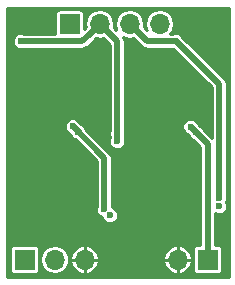
<source format=gbl>
G04 #@! TF.FileFunction,Copper,L2,Bot,Signal*
%FSLAX46Y46*%
G04 Gerber Fmt 4.6, Leading zero omitted, Abs format (unit mm)*
G04 Created by KiCad (PCBNEW 4.0.2-stable) date 9/5/2017 3:06:29 PM*
%MOMM*%
G01*
G04 APERTURE LIST*
%ADD10C,0.100000*%
%ADD11C,0.600000*%
%ADD12R,1.700000X1.700000*%
%ADD13O,1.700000X1.700000*%
%ADD14C,0.500000*%
%ADD15C,0.254000*%
G04 APERTURE END LIST*
D10*
D11*
X68592600Y-67398800D03*
X66611400Y-61150400D03*
X59321600Y-68160800D03*
X59956600Y-61887000D03*
X56629200Y-61099600D03*
X63487200Y-67436900D03*
X65544600Y-67436900D03*
X64173000Y-67436900D03*
X66230400Y-67436900D03*
X64858800Y-67436900D03*
X56146600Y-67373400D03*
X55460800Y-67373400D03*
X54775000Y-67373400D03*
X54089200Y-67373400D03*
D12*
X55918000Y-51981000D03*
D13*
X58458000Y-51981000D03*
X60998000Y-51981000D03*
X63538000Y-51981000D03*
D12*
X52108000Y-71920000D03*
D13*
X54648000Y-71920000D03*
X57188000Y-71920000D03*
D12*
X67602000Y-71920000D03*
D13*
X65062000Y-71920000D03*
D11*
X53403400Y-67373400D03*
X51790500Y-53429998D03*
X59956600Y-61252000D03*
X68592600Y-66738400D03*
X64884200Y-53429998D03*
X56172000Y-60642400D03*
X58839000Y-67678200D03*
X66154200Y-60693200D03*
D14*
X59956600Y-61252000D02*
X59956600Y-61887000D01*
X56997500Y-53441500D02*
X51790500Y-53429998D01*
X51790500Y-53441500D02*
X51790500Y-53429998D01*
X57608001Y-52830999D02*
X56997500Y-53441500D01*
X58458000Y-51981000D02*
X57608001Y-52830999D01*
X59956600Y-53454200D02*
X59956600Y-61252000D01*
X59307999Y-52830999D02*
X59333399Y-52830999D01*
X58458000Y-51981000D02*
X59307999Y-52830999D01*
X59333399Y-52830999D02*
X59956600Y-53454200D01*
X60998000Y-51981000D02*
X62471200Y-53454200D01*
X62471200Y-53454200D02*
X64960400Y-53454200D01*
X64960400Y-53454200D02*
X68592600Y-57086400D01*
X68592600Y-57086400D02*
X68592600Y-66738400D01*
X58839000Y-63309400D02*
X56172000Y-60642400D01*
X58839000Y-67678200D02*
X58839000Y-63309400D01*
X67602000Y-62141000D02*
X66154200Y-60693200D01*
X67602000Y-71920000D02*
X67602000Y-62141000D01*
D15*
G36*
X69373000Y-73373000D02*
X50627000Y-73373000D01*
X50627000Y-71070000D01*
X50869536Y-71070000D01*
X50869536Y-72770000D01*
X50896103Y-72911190D01*
X50979546Y-73040865D01*
X51106866Y-73127859D01*
X51258000Y-73158464D01*
X52958000Y-73158464D01*
X53099190Y-73131897D01*
X53228865Y-73048454D01*
X53315859Y-72921134D01*
X53346464Y-72770000D01*
X53346464Y-71895883D01*
X53417000Y-71895883D01*
X53417000Y-71944117D01*
X53510704Y-72415200D01*
X53777552Y-72814565D01*
X54176917Y-73081413D01*
X54648000Y-73175117D01*
X55119083Y-73081413D01*
X55518448Y-72814565D01*
X55785296Y-72415200D01*
X55845394Y-72113065D01*
X55972234Y-72113065D01*
X56138661Y-72563622D01*
X56464841Y-72916194D01*
X56901115Y-73117104D01*
X56994935Y-73135766D01*
X57187500Y-73055750D01*
X57187500Y-71920500D01*
X57188500Y-71920500D01*
X57188500Y-73055750D01*
X57381065Y-73135766D01*
X57474885Y-73117104D01*
X57911159Y-72916194D01*
X58237339Y-72563622D01*
X58403766Y-72113065D01*
X63846234Y-72113065D01*
X64012661Y-72563622D01*
X64338841Y-72916194D01*
X64775115Y-73117104D01*
X64868935Y-73135766D01*
X65061500Y-73055750D01*
X65061500Y-71920500D01*
X65062500Y-71920500D01*
X65062500Y-73055750D01*
X65255065Y-73135766D01*
X65348885Y-73117104D01*
X65785159Y-72916194D01*
X66111339Y-72563622D01*
X66277766Y-72113065D01*
X66197750Y-71920500D01*
X65062500Y-71920500D01*
X65061500Y-71920500D01*
X63926250Y-71920500D01*
X63846234Y-72113065D01*
X58403766Y-72113065D01*
X58323750Y-71920500D01*
X57188500Y-71920500D01*
X57187500Y-71920500D01*
X56052250Y-71920500D01*
X55972234Y-72113065D01*
X55845394Y-72113065D01*
X55879000Y-71944117D01*
X55879000Y-71895883D01*
X55845395Y-71726935D01*
X55972234Y-71726935D01*
X56052250Y-71919500D01*
X57187500Y-71919500D01*
X57187500Y-70784250D01*
X57188500Y-70784250D01*
X57188500Y-71919500D01*
X58323750Y-71919500D01*
X58403766Y-71726935D01*
X63846234Y-71726935D01*
X63926250Y-71919500D01*
X65061500Y-71919500D01*
X65061500Y-70784250D01*
X65062500Y-70784250D01*
X65062500Y-71919500D01*
X66197750Y-71919500D01*
X66277766Y-71726935D01*
X66111339Y-71276378D01*
X65785159Y-70923806D01*
X65348885Y-70722896D01*
X65255065Y-70704234D01*
X65062500Y-70784250D01*
X65061500Y-70784250D01*
X64868935Y-70704234D01*
X64775115Y-70722896D01*
X64338841Y-70923806D01*
X64012661Y-71276378D01*
X63846234Y-71726935D01*
X58403766Y-71726935D01*
X58237339Y-71276378D01*
X57911159Y-70923806D01*
X57474885Y-70722896D01*
X57381065Y-70704234D01*
X57188500Y-70784250D01*
X57187500Y-70784250D01*
X56994935Y-70704234D01*
X56901115Y-70722896D01*
X56464841Y-70923806D01*
X56138661Y-71276378D01*
X55972234Y-71726935D01*
X55845395Y-71726935D01*
X55785296Y-71424800D01*
X55518448Y-71025435D01*
X55119083Y-70758587D01*
X54648000Y-70664883D01*
X54176917Y-70758587D01*
X53777552Y-71025435D01*
X53510704Y-71424800D01*
X53417000Y-71895883D01*
X53346464Y-71895883D01*
X53346464Y-71070000D01*
X53319897Y-70928810D01*
X53236454Y-70799135D01*
X53109134Y-70712141D01*
X52958000Y-70681536D01*
X51258000Y-70681536D01*
X51116810Y-70708103D01*
X50987135Y-70791546D01*
X50900141Y-70918866D01*
X50869536Y-71070000D01*
X50627000Y-71070000D01*
X50627000Y-60777265D01*
X55490882Y-60777265D01*
X55594339Y-61027652D01*
X55785741Y-61219387D01*
X55906949Y-61269718D01*
X56001867Y-61364635D01*
X56051539Y-61484852D01*
X56242941Y-61676587D01*
X56364149Y-61726917D01*
X58208000Y-63570769D01*
X58208000Y-67422018D01*
X58158118Y-67542146D01*
X58157882Y-67813065D01*
X58261339Y-68063452D01*
X58452741Y-68255187D01*
X58659175Y-68340907D01*
X58743939Y-68546052D01*
X58935341Y-68737787D01*
X59185546Y-68841682D01*
X59456465Y-68841918D01*
X59706852Y-68738461D01*
X59898587Y-68547059D01*
X60002482Y-68296854D01*
X60002718Y-68025935D01*
X59899261Y-67775548D01*
X59707859Y-67583813D01*
X59501425Y-67498093D01*
X59470000Y-67422039D01*
X59470000Y-63309400D01*
X59421968Y-63067927D01*
X59285185Y-62863216D01*
X57256533Y-60834565D01*
X57206861Y-60714348D01*
X57015459Y-60522613D01*
X56894251Y-60472282D01*
X56799333Y-60377365D01*
X56749661Y-60257148D01*
X56558259Y-60065413D01*
X56308054Y-59961518D01*
X56037135Y-59961282D01*
X55786748Y-60064739D01*
X55595013Y-60256141D01*
X55491118Y-60506346D01*
X55490882Y-60777265D01*
X50627000Y-60777265D01*
X50627000Y-53564863D01*
X51109382Y-53564863D01*
X51212839Y-53815250D01*
X51404241Y-54006985D01*
X51654446Y-54110880D01*
X51925365Y-54111116D01*
X52045296Y-54061562D01*
X56996106Y-54072498D01*
X56996805Y-54072361D01*
X56997500Y-54072499D01*
X57117434Y-54048643D01*
X57237685Y-54025000D01*
X57238277Y-54024606D01*
X57238973Y-54024468D01*
X57340574Y-53956580D01*
X57442698Y-53888669D01*
X57443095Y-53888077D01*
X57443684Y-53887684D01*
X58054186Y-53277183D01*
X58054188Y-53277180D01*
X58155435Y-53175933D01*
X58458000Y-53236117D01*
X58760565Y-53175933D01*
X58861815Y-53277183D01*
X58938363Y-53328331D01*
X59325600Y-53715569D01*
X59325600Y-60995818D01*
X59275718Y-61115946D01*
X59275482Y-61386865D01*
X59325600Y-61508161D01*
X59325600Y-61630818D01*
X59275718Y-61750946D01*
X59275482Y-62021865D01*
X59378939Y-62272252D01*
X59570341Y-62463987D01*
X59820546Y-62567882D01*
X60091465Y-62568118D01*
X60341852Y-62464661D01*
X60533587Y-62273259D01*
X60637482Y-62023054D01*
X60637718Y-61752135D01*
X60587600Y-61630839D01*
X60587600Y-61508182D01*
X60637482Y-61388054D01*
X60637718Y-61117135D01*
X60587600Y-60995839D01*
X60587600Y-53454200D01*
X60539568Y-53212727D01*
X60539568Y-53212726D01*
X60464896Y-53100972D01*
X60526917Y-53142413D01*
X60998000Y-53236117D01*
X61300565Y-53175933D01*
X62025015Y-53900384D01*
X62229726Y-54037168D01*
X62269789Y-54045137D01*
X62471200Y-54085200D01*
X64686302Y-54085200D01*
X64708071Y-54094239D01*
X67961600Y-57347769D01*
X67961600Y-61608231D01*
X67238733Y-60885365D01*
X67189061Y-60765148D01*
X66997659Y-60573413D01*
X66876451Y-60523083D01*
X66781533Y-60428165D01*
X66731861Y-60307948D01*
X66540459Y-60116213D01*
X66290254Y-60012318D01*
X66019335Y-60012082D01*
X65768948Y-60115539D01*
X65577213Y-60306941D01*
X65473318Y-60557146D01*
X65473082Y-60828065D01*
X65576539Y-61078452D01*
X65767941Y-61270187D01*
X65889149Y-61320518D01*
X65984067Y-61415435D01*
X66033739Y-61535652D01*
X66225141Y-61727387D01*
X66346349Y-61777717D01*
X66971000Y-62402369D01*
X66971000Y-70681536D01*
X66752000Y-70681536D01*
X66610810Y-70708103D01*
X66481135Y-70791546D01*
X66394141Y-70918866D01*
X66363536Y-71070000D01*
X66363536Y-72770000D01*
X66390103Y-72911190D01*
X66473546Y-73040865D01*
X66600866Y-73127859D01*
X66752000Y-73158464D01*
X68452000Y-73158464D01*
X68593190Y-73131897D01*
X68722865Y-73048454D01*
X68809859Y-72921134D01*
X68840464Y-72770000D01*
X68840464Y-71070000D01*
X68813897Y-70928810D01*
X68730454Y-70799135D01*
X68603134Y-70712141D01*
X68452000Y-70681536D01*
X68233000Y-70681536D01*
X68233000Y-67986857D01*
X68456546Y-68079682D01*
X68727465Y-68079918D01*
X68977852Y-67976461D01*
X69169587Y-67785059D01*
X69273482Y-67534854D01*
X69273718Y-67263935D01*
X69192937Y-67068427D01*
X69273482Y-66874454D01*
X69273718Y-66603535D01*
X69223600Y-66482239D01*
X69223600Y-57086400D01*
X69175568Y-56844927D01*
X69038785Y-56640216D01*
X65474920Y-53076352D01*
X65461861Y-53044746D01*
X65270459Y-52853011D01*
X65020254Y-52749116D01*
X64749335Y-52748880D01*
X64569465Y-52823200D01*
X64443437Y-52823200D01*
X64675296Y-52476200D01*
X64769000Y-52005117D01*
X64769000Y-51956883D01*
X64675296Y-51485800D01*
X64408448Y-51086435D01*
X64009083Y-50819587D01*
X63538000Y-50725883D01*
X63066917Y-50819587D01*
X62667552Y-51086435D01*
X62400704Y-51485800D01*
X62307000Y-51956883D01*
X62307000Y-52005117D01*
X62400704Y-52476200D01*
X62431182Y-52521813D01*
X62176819Y-52267450D01*
X62229000Y-52005117D01*
X62229000Y-51956883D01*
X62135296Y-51485800D01*
X61868448Y-51086435D01*
X61469083Y-50819587D01*
X60998000Y-50725883D01*
X60526917Y-50819587D01*
X60127552Y-51086435D01*
X59860704Y-51485800D01*
X59767000Y-51956883D01*
X59767000Y-52005117D01*
X59858155Y-52463387D01*
X59779583Y-52384815D01*
X59703035Y-52333667D01*
X59636819Y-52267451D01*
X59689000Y-52005117D01*
X59689000Y-51956883D01*
X59595296Y-51485800D01*
X59328448Y-51086435D01*
X58929083Y-50819587D01*
X58458000Y-50725883D01*
X57986917Y-50819587D01*
X57587552Y-51086435D01*
X57320704Y-51485800D01*
X57227000Y-51956883D01*
X57227000Y-52005117D01*
X57279181Y-52267451D01*
X57161820Y-52384812D01*
X57161817Y-52384814D01*
X57156464Y-52390167D01*
X57156464Y-51131000D01*
X57129897Y-50989810D01*
X57046454Y-50860135D01*
X56919134Y-50773141D01*
X56768000Y-50742536D01*
X55068000Y-50742536D01*
X54926810Y-50769103D01*
X54797135Y-50852546D01*
X54710141Y-50979866D01*
X54679536Y-51131000D01*
X54679536Y-52805379D01*
X52048050Y-52799566D01*
X51926554Y-52749116D01*
X51655635Y-52748880D01*
X51405248Y-52852337D01*
X51213513Y-53043739D01*
X51109618Y-53293944D01*
X51109382Y-53564863D01*
X50627000Y-53564863D01*
X50627000Y-50627000D01*
X69373000Y-50627000D01*
X69373000Y-73373000D01*
X69373000Y-73373000D01*
G37*
X69373000Y-73373000D02*
X50627000Y-73373000D01*
X50627000Y-71070000D01*
X50869536Y-71070000D01*
X50869536Y-72770000D01*
X50896103Y-72911190D01*
X50979546Y-73040865D01*
X51106866Y-73127859D01*
X51258000Y-73158464D01*
X52958000Y-73158464D01*
X53099190Y-73131897D01*
X53228865Y-73048454D01*
X53315859Y-72921134D01*
X53346464Y-72770000D01*
X53346464Y-71895883D01*
X53417000Y-71895883D01*
X53417000Y-71944117D01*
X53510704Y-72415200D01*
X53777552Y-72814565D01*
X54176917Y-73081413D01*
X54648000Y-73175117D01*
X55119083Y-73081413D01*
X55518448Y-72814565D01*
X55785296Y-72415200D01*
X55845394Y-72113065D01*
X55972234Y-72113065D01*
X56138661Y-72563622D01*
X56464841Y-72916194D01*
X56901115Y-73117104D01*
X56994935Y-73135766D01*
X57187500Y-73055750D01*
X57187500Y-71920500D01*
X57188500Y-71920500D01*
X57188500Y-73055750D01*
X57381065Y-73135766D01*
X57474885Y-73117104D01*
X57911159Y-72916194D01*
X58237339Y-72563622D01*
X58403766Y-72113065D01*
X63846234Y-72113065D01*
X64012661Y-72563622D01*
X64338841Y-72916194D01*
X64775115Y-73117104D01*
X64868935Y-73135766D01*
X65061500Y-73055750D01*
X65061500Y-71920500D01*
X65062500Y-71920500D01*
X65062500Y-73055750D01*
X65255065Y-73135766D01*
X65348885Y-73117104D01*
X65785159Y-72916194D01*
X66111339Y-72563622D01*
X66277766Y-72113065D01*
X66197750Y-71920500D01*
X65062500Y-71920500D01*
X65061500Y-71920500D01*
X63926250Y-71920500D01*
X63846234Y-72113065D01*
X58403766Y-72113065D01*
X58323750Y-71920500D01*
X57188500Y-71920500D01*
X57187500Y-71920500D01*
X56052250Y-71920500D01*
X55972234Y-72113065D01*
X55845394Y-72113065D01*
X55879000Y-71944117D01*
X55879000Y-71895883D01*
X55845395Y-71726935D01*
X55972234Y-71726935D01*
X56052250Y-71919500D01*
X57187500Y-71919500D01*
X57187500Y-70784250D01*
X57188500Y-70784250D01*
X57188500Y-71919500D01*
X58323750Y-71919500D01*
X58403766Y-71726935D01*
X63846234Y-71726935D01*
X63926250Y-71919500D01*
X65061500Y-71919500D01*
X65061500Y-70784250D01*
X65062500Y-70784250D01*
X65062500Y-71919500D01*
X66197750Y-71919500D01*
X66277766Y-71726935D01*
X66111339Y-71276378D01*
X65785159Y-70923806D01*
X65348885Y-70722896D01*
X65255065Y-70704234D01*
X65062500Y-70784250D01*
X65061500Y-70784250D01*
X64868935Y-70704234D01*
X64775115Y-70722896D01*
X64338841Y-70923806D01*
X64012661Y-71276378D01*
X63846234Y-71726935D01*
X58403766Y-71726935D01*
X58237339Y-71276378D01*
X57911159Y-70923806D01*
X57474885Y-70722896D01*
X57381065Y-70704234D01*
X57188500Y-70784250D01*
X57187500Y-70784250D01*
X56994935Y-70704234D01*
X56901115Y-70722896D01*
X56464841Y-70923806D01*
X56138661Y-71276378D01*
X55972234Y-71726935D01*
X55845395Y-71726935D01*
X55785296Y-71424800D01*
X55518448Y-71025435D01*
X55119083Y-70758587D01*
X54648000Y-70664883D01*
X54176917Y-70758587D01*
X53777552Y-71025435D01*
X53510704Y-71424800D01*
X53417000Y-71895883D01*
X53346464Y-71895883D01*
X53346464Y-71070000D01*
X53319897Y-70928810D01*
X53236454Y-70799135D01*
X53109134Y-70712141D01*
X52958000Y-70681536D01*
X51258000Y-70681536D01*
X51116810Y-70708103D01*
X50987135Y-70791546D01*
X50900141Y-70918866D01*
X50869536Y-71070000D01*
X50627000Y-71070000D01*
X50627000Y-60777265D01*
X55490882Y-60777265D01*
X55594339Y-61027652D01*
X55785741Y-61219387D01*
X55906949Y-61269718D01*
X56001867Y-61364635D01*
X56051539Y-61484852D01*
X56242941Y-61676587D01*
X56364149Y-61726917D01*
X58208000Y-63570769D01*
X58208000Y-67422018D01*
X58158118Y-67542146D01*
X58157882Y-67813065D01*
X58261339Y-68063452D01*
X58452741Y-68255187D01*
X58659175Y-68340907D01*
X58743939Y-68546052D01*
X58935341Y-68737787D01*
X59185546Y-68841682D01*
X59456465Y-68841918D01*
X59706852Y-68738461D01*
X59898587Y-68547059D01*
X60002482Y-68296854D01*
X60002718Y-68025935D01*
X59899261Y-67775548D01*
X59707859Y-67583813D01*
X59501425Y-67498093D01*
X59470000Y-67422039D01*
X59470000Y-63309400D01*
X59421968Y-63067927D01*
X59285185Y-62863216D01*
X57256533Y-60834565D01*
X57206861Y-60714348D01*
X57015459Y-60522613D01*
X56894251Y-60472282D01*
X56799333Y-60377365D01*
X56749661Y-60257148D01*
X56558259Y-60065413D01*
X56308054Y-59961518D01*
X56037135Y-59961282D01*
X55786748Y-60064739D01*
X55595013Y-60256141D01*
X55491118Y-60506346D01*
X55490882Y-60777265D01*
X50627000Y-60777265D01*
X50627000Y-53564863D01*
X51109382Y-53564863D01*
X51212839Y-53815250D01*
X51404241Y-54006985D01*
X51654446Y-54110880D01*
X51925365Y-54111116D01*
X52045296Y-54061562D01*
X56996106Y-54072498D01*
X56996805Y-54072361D01*
X56997500Y-54072499D01*
X57117434Y-54048643D01*
X57237685Y-54025000D01*
X57238277Y-54024606D01*
X57238973Y-54024468D01*
X57340574Y-53956580D01*
X57442698Y-53888669D01*
X57443095Y-53888077D01*
X57443684Y-53887684D01*
X58054186Y-53277183D01*
X58054188Y-53277180D01*
X58155435Y-53175933D01*
X58458000Y-53236117D01*
X58760565Y-53175933D01*
X58861815Y-53277183D01*
X58938363Y-53328331D01*
X59325600Y-53715569D01*
X59325600Y-60995818D01*
X59275718Y-61115946D01*
X59275482Y-61386865D01*
X59325600Y-61508161D01*
X59325600Y-61630818D01*
X59275718Y-61750946D01*
X59275482Y-62021865D01*
X59378939Y-62272252D01*
X59570341Y-62463987D01*
X59820546Y-62567882D01*
X60091465Y-62568118D01*
X60341852Y-62464661D01*
X60533587Y-62273259D01*
X60637482Y-62023054D01*
X60637718Y-61752135D01*
X60587600Y-61630839D01*
X60587600Y-61508182D01*
X60637482Y-61388054D01*
X60637718Y-61117135D01*
X60587600Y-60995839D01*
X60587600Y-53454200D01*
X60539568Y-53212727D01*
X60539568Y-53212726D01*
X60464896Y-53100972D01*
X60526917Y-53142413D01*
X60998000Y-53236117D01*
X61300565Y-53175933D01*
X62025015Y-53900384D01*
X62229726Y-54037168D01*
X62269789Y-54045137D01*
X62471200Y-54085200D01*
X64686302Y-54085200D01*
X64708071Y-54094239D01*
X67961600Y-57347769D01*
X67961600Y-61608231D01*
X67238733Y-60885365D01*
X67189061Y-60765148D01*
X66997659Y-60573413D01*
X66876451Y-60523083D01*
X66781533Y-60428165D01*
X66731861Y-60307948D01*
X66540459Y-60116213D01*
X66290254Y-60012318D01*
X66019335Y-60012082D01*
X65768948Y-60115539D01*
X65577213Y-60306941D01*
X65473318Y-60557146D01*
X65473082Y-60828065D01*
X65576539Y-61078452D01*
X65767941Y-61270187D01*
X65889149Y-61320518D01*
X65984067Y-61415435D01*
X66033739Y-61535652D01*
X66225141Y-61727387D01*
X66346349Y-61777717D01*
X66971000Y-62402369D01*
X66971000Y-70681536D01*
X66752000Y-70681536D01*
X66610810Y-70708103D01*
X66481135Y-70791546D01*
X66394141Y-70918866D01*
X66363536Y-71070000D01*
X66363536Y-72770000D01*
X66390103Y-72911190D01*
X66473546Y-73040865D01*
X66600866Y-73127859D01*
X66752000Y-73158464D01*
X68452000Y-73158464D01*
X68593190Y-73131897D01*
X68722865Y-73048454D01*
X68809859Y-72921134D01*
X68840464Y-72770000D01*
X68840464Y-71070000D01*
X68813897Y-70928810D01*
X68730454Y-70799135D01*
X68603134Y-70712141D01*
X68452000Y-70681536D01*
X68233000Y-70681536D01*
X68233000Y-67986857D01*
X68456546Y-68079682D01*
X68727465Y-68079918D01*
X68977852Y-67976461D01*
X69169587Y-67785059D01*
X69273482Y-67534854D01*
X69273718Y-67263935D01*
X69192937Y-67068427D01*
X69273482Y-66874454D01*
X69273718Y-66603535D01*
X69223600Y-66482239D01*
X69223600Y-57086400D01*
X69175568Y-56844927D01*
X69038785Y-56640216D01*
X65474920Y-53076352D01*
X65461861Y-53044746D01*
X65270459Y-52853011D01*
X65020254Y-52749116D01*
X64749335Y-52748880D01*
X64569465Y-52823200D01*
X64443437Y-52823200D01*
X64675296Y-52476200D01*
X64769000Y-52005117D01*
X64769000Y-51956883D01*
X64675296Y-51485800D01*
X64408448Y-51086435D01*
X64009083Y-50819587D01*
X63538000Y-50725883D01*
X63066917Y-50819587D01*
X62667552Y-51086435D01*
X62400704Y-51485800D01*
X62307000Y-51956883D01*
X62307000Y-52005117D01*
X62400704Y-52476200D01*
X62431182Y-52521813D01*
X62176819Y-52267450D01*
X62229000Y-52005117D01*
X62229000Y-51956883D01*
X62135296Y-51485800D01*
X61868448Y-51086435D01*
X61469083Y-50819587D01*
X60998000Y-50725883D01*
X60526917Y-50819587D01*
X60127552Y-51086435D01*
X59860704Y-51485800D01*
X59767000Y-51956883D01*
X59767000Y-52005117D01*
X59858155Y-52463387D01*
X59779583Y-52384815D01*
X59703035Y-52333667D01*
X59636819Y-52267451D01*
X59689000Y-52005117D01*
X59689000Y-51956883D01*
X59595296Y-51485800D01*
X59328448Y-51086435D01*
X58929083Y-50819587D01*
X58458000Y-50725883D01*
X57986917Y-50819587D01*
X57587552Y-51086435D01*
X57320704Y-51485800D01*
X57227000Y-51956883D01*
X57227000Y-52005117D01*
X57279181Y-52267451D01*
X57161820Y-52384812D01*
X57161817Y-52384814D01*
X57156464Y-52390167D01*
X57156464Y-51131000D01*
X57129897Y-50989810D01*
X57046454Y-50860135D01*
X56919134Y-50773141D01*
X56768000Y-50742536D01*
X55068000Y-50742536D01*
X54926810Y-50769103D01*
X54797135Y-50852546D01*
X54710141Y-50979866D01*
X54679536Y-51131000D01*
X54679536Y-52805379D01*
X52048050Y-52799566D01*
X51926554Y-52749116D01*
X51655635Y-52748880D01*
X51405248Y-52852337D01*
X51213513Y-53043739D01*
X51109618Y-53293944D01*
X51109382Y-53564863D01*
X50627000Y-53564863D01*
X50627000Y-50627000D01*
X69373000Y-50627000D01*
X69373000Y-73373000D01*
M02*

</source>
